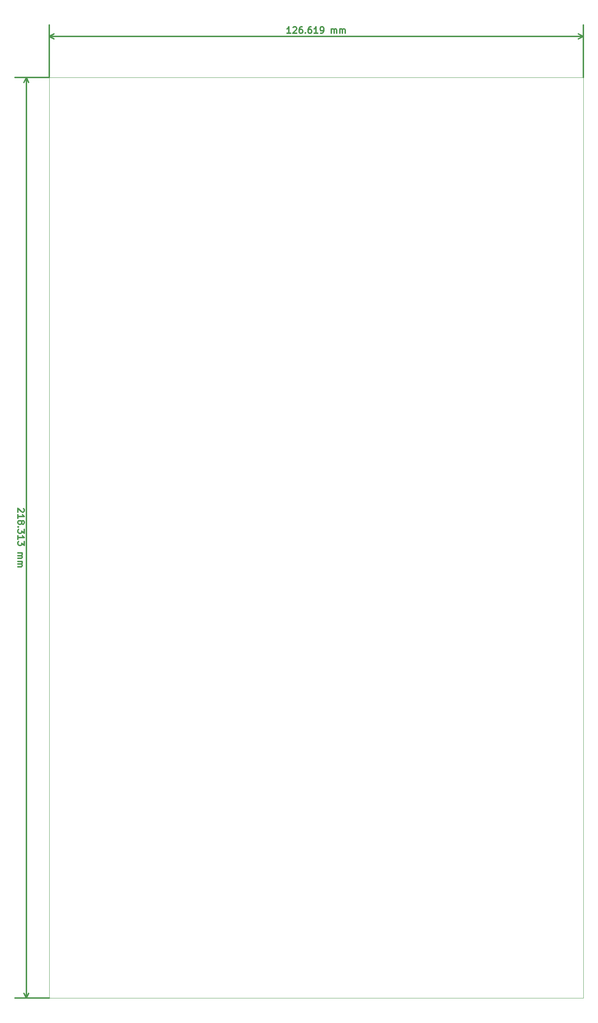
<source format=gbr>
G04 (created by PCBNEW (2013-07-07 BZR 4022)-stable) date 1/25/2016 6:15:22 PM*
%MOIN*%
G04 Gerber Fmt 3.4, Leading zero omitted, Abs format*
%FSLAX34Y34*%
G01*
G70*
G90*
G04 APERTURE LIST*
%ADD10C,0.00590551*%
%ADD11C,0.011811*%
%ADD12C,0.00393701*%
G04 APERTURE END LIST*
G54D10*
G54D11*
X9013Y-51597D02*
X9041Y-51625D01*
X9070Y-51681D01*
X9070Y-51822D01*
X9041Y-51878D01*
X9013Y-51906D01*
X8957Y-51934D01*
X8901Y-51934D01*
X8816Y-51906D01*
X8479Y-51569D01*
X8479Y-51934D01*
X8479Y-52497D02*
X8479Y-52159D01*
X8479Y-52328D02*
X9070Y-52328D01*
X8985Y-52272D01*
X8929Y-52215D01*
X8901Y-52159D01*
X8816Y-52834D02*
X8845Y-52778D01*
X8873Y-52750D01*
X8929Y-52722D01*
X8957Y-52722D01*
X9013Y-52750D01*
X9041Y-52778D01*
X9070Y-52834D01*
X9070Y-52947D01*
X9041Y-53003D01*
X9013Y-53031D01*
X8957Y-53059D01*
X8929Y-53059D01*
X8873Y-53031D01*
X8845Y-53003D01*
X8816Y-52947D01*
X8816Y-52834D01*
X8788Y-52778D01*
X8760Y-52750D01*
X8704Y-52722D01*
X8591Y-52722D01*
X8535Y-52750D01*
X8507Y-52778D01*
X8479Y-52834D01*
X8479Y-52947D01*
X8507Y-53003D01*
X8535Y-53031D01*
X8591Y-53059D01*
X8704Y-53059D01*
X8760Y-53031D01*
X8788Y-53003D01*
X8816Y-52947D01*
X8535Y-53312D02*
X8507Y-53340D01*
X8479Y-53312D01*
X8507Y-53284D01*
X8535Y-53312D01*
X8479Y-53312D01*
X9070Y-53537D02*
X9070Y-53903D01*
X8845Y-53706D01*
X8845Y-53790D01*
X8816Y-53846D01*
X8788Y-53875D01*
X8732Y-53903D01*
X8591Y-53903D01*
X8535Y-53875D01*
X8507Y-53846D01*
X8479Y-53790D01*
X8479Y-53621D01*
X8507Y-53565D01*
X8535Y-53537D01*
X8479Y-54465D02*
X8479Y-54128D01*
X8479Y-54296D02*
X9070Y-54296D01*
X8985Y-54240D01*
X8929Y-54184D01*
X8901Y-54128D01*
X9070Y-54662D02*
X9070Y-55028D01*
X8845Y-54831D01*
X8845Y-54915D01*
X8816Y-54971D01*
X8788Y-54999D01*
X8732Y-55028D01*
X8591Y-55028D01*
X8535Y-54999D01*
X8507Y-54971D01*
X8479Y-54915D01*
X8479Y-54746D01*
X8507Y-54690D01*
X8535Y-54662D01*
X8479Y-55731D02*
X8873Y-55731D01*
X8816Y-55731D02*
X8845Y-55759D01*
X8873Y-55815D01*
X8873Y-55899D01*
X8845Y-55956D01*
X8788Y-55984D01*
X8479Y-55984D01*
X8788Y-55984D02*
X8845Y-56012D01*
X8873Y-56068D01*
X8873Y-56152D01*
X8845Y-56209D01*
X8788Y-56237D01*
X8479Y-56237D01*
X8479Y-56518D02*
X8873Y-56518D01*
X8816Y-56518D02*
X8845Y-56546D01*
X8873Y-56602D01*
X8873Y-56687D01*
X8845Y-56743D01*
X8788Y-56771D01*
X8479Y-56771D01*
X8788Y-56771D02*
X8845Y-56799D01*
X8873Y-56855D01*
X8873Y-56940D01*
X8845Y-56996D01*
X8788Y-57024D01*
X8479Y-57024D01*
X9250Y-11350D02*
X9250Y-97300D01*
X11400Y-11350D02*
X8187Y-11350D01*
X11400Y-97300D02*
X8187Y-97300D01*
X9250Y-97300D02*
X9019Y-96856D01*
X9250Y-97300D02*
X9480Y-96856D01*
X9250Y-11350D02*
X9019Y-11793D01*
X9250Y-11350D02*
X9480Y-11793D01*
X33934Y-7207D02*
X33597Y-7207D01*
X33765Y-7207D02*
X33765Y-6616D01*
X33709Y-6701D01*
X33653Y-6757D01*
X33597Y-6785D01*
X34159Y-6673D02*
X34187Y-6645D01*
X34244Y-6616D01*
X34384Y-6616D01*
X34440Y-6645D01*
X34468Y-6673D01*
X34497Y-6729D01*
X34497Y-6785D01*
X34468Y-6870D01*
X34131Y-7207D01*
X34497Y-7207D01*
X35003Y-6616D02*
X34890Y-6616D01*
X34834Y-6645D01*
X34806Y-6673D01*
X34750Y-6757D01*
X34722Y-6870D01*
X34722Y-7095D01*
X34750Y-7151D01*
X34778Y-7179D01*
X34834Y-7207D01*
X34947Y-7207D01*
X35003Y-7179D01*
X35031Y-7151D01*
X35059Y-7095D01*
X35059Y-6954D01*
X35031Y-6898D01*
X35003Y-6870D01*
X34947Y-6841D01*
X34834Y-6841D01*
X34778Y-6870D01*
X34750Y-6898D01*
X34722Y-6954D01*
X35312Y-7151D02*
X35340Y-7179D01*
X35312Y-7207D01*
X35284Y-7179D01*
X35312Y-7151D01*
X35312Y-7207D01*
X35846Y-6616D02*
X35734Y-6616D01*
X35678Y-6645D01*
X35650Y-6673D01*
X35593Y-6757D01*
X35565Y-6870D01*
X35565Y-7095D01*
X35593Y-7151D01*
X35621Y-7179D01*
X35678Y-7207D01*
X35790Y-7207D01*
X35846Y-7179D01*
X35875Y-7151D01*
X35903Y-7095D01*
X35903Y-6954D01*
X35875Y-6898D01*
X35846Y-6870D01*
X35790Y-6841D01*
X35678Y-6841D01*
X35621Y-6870D01*
X35593Y-6898D01*
X35565Y-6954D01*
X36465Y-7207D02*
X36128Y-7207D01*
X36296Y-7207D02*
X36296Y-6616D01*
X36240Y-6701D01*
X36184Y-6757D01*
X36128Y-6785D01*
X36746Y-7207D02*
X36859Y-7207D01*
X36915Y-7179D01*
X36943Y-7151D01*
X36999Y-7066D01*
X37028Y-6954D01*
X37028Y-6729D01*
X36999Y-6673D01*
X36971Y-6645D01*
X36915Y-6616D01*
X36803Y-6616D01*
X36746Y-6645D01*
X36718Y-6673D01*
X36690Y-6729D01*
X36690Y-6870D01*
X36718Y-6926D01*
X36746Y-6954D01*
X36803Y-6982D01*
X36915Y-6982D01*
X36971Y-6954D01*
X36999Y-6926D01*
X37028Y-6870D01*
X37731Y-7207D02*
X37731Y-6813D01*
X37731Y-6870D02*
X37759Y-6841D01*
X37815Y-6813D01*
X37899Y-6813D01*
X37956Y-6841D01*
X37984Y-6898D01*
X37984Y-7207D01*
X37984Y-6898D02*
X38012Y-6841D01*
X38068Y-6813D01*
X38152Y-6813D01*
X38209Y-6841D01*
X38237Y-6898D01*
X38237Y-7207D01*
X38518Y-7207D02*
X38518Y-6813D01*
X38518Y-6870D02*
X38546Y-6841D01*
X38602Y-6813D01*
X38687Y-6813D01*
X38743Y-6841D01*
X38771Y-6898D01*
X38771Y-7207D01*
X38771Y-6898D02*
X38799Y-6841D01*
X38855Y-6813D01*
X38940Y-6813D01*
X38996Y-6841D01*
X39024Y-6898D01*
X39024Y-7207D01*
X11400Y-7500D02*
X61250Y-7500D01*
X11400Y-11350D02*
X11400Y-6437D01*
X61250Y-11350D02*
X61250Y-6437D01*
X61250Y-7500D02*
X60806Y-7730D01*
X61250Y-7500D02*
X60806Y-7269D01*
X11400Y-7500D02*
X11843Y-7730D01*
X11400Y-7500D02*
X11843Y-7269D01*
G54D12*
X61250Y-11350D02*
X58450Y-11350D01*
X61250Y-97300D02*
X61250Y-11350D01*
X60950Y-97300D02*
X61250Y-97300D01*
X11400Y-97300D02*
X60950Y-97300D01*
X11400Y-81100D02*
X11400Y-97300D01*
X11400Y-11350D02*
X58450Y-11350D01*
X11400Y-81100D02*
X11400Y-11350D01*
M02*

</source>
